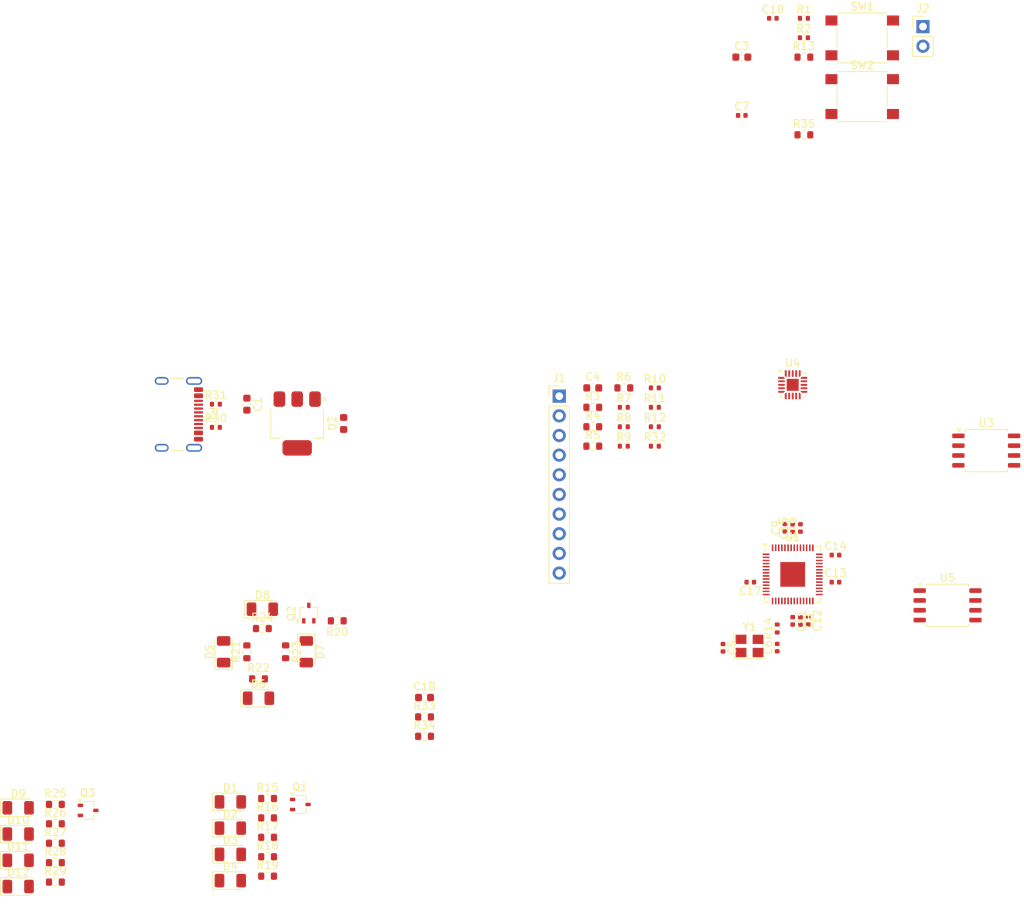
<source format=kicad_pcb>
(kicad_pcb (version 20240108) (generator "pcbnew") (generator_version "8.0")
  (layers (0 "F.Cu" signal) (31 "B.Cu" signal) (34 "B.Paste" user) (35 "F.Paste" user) (36 "B.SilkS" user "B.Silkscreen") (37 "F.SilkS" user "F.Silkscreen") (38 "B.Mask" user) (39 "F.Mask" user) (44 "Edge.Cuts" user))
  (net 0 "")
  (net 1 "GND")
  (net 2 "VBUS")
  (net 3 "+3V3")
  (net 4 "/XIN")
  (net 5 "Net-(C6-Pad2)")
  (net 6 "+1V1")
  (net 7 "Net-(D1-A)")
  (net 8 "Net-(D1-K)")
  (net 9 "Net-(D2-A)")
  (net 10 "Net-(D3-A)")
  (net 11 "Net-(D4-A)")
  (net 12 "Net-(D5-K)")
  (net 13 "Net-(D5-A)")
  (net 14 "Net-(D6-A)")
  (net 15 "Net-(D7-A)")
  (net 16 "Net-(D8-A)")
  (net 17 "Net-(D10-K)")
  (net 18 "Net-(D9-A)")
  (net 19 "Net-(D10-A)")
  (net 20 "Net-(D11-A)")
  (net 21 "Net-(D12-A)")
  (net 22 "/Cap Sense/KEY5")
  (net 23 "/Cap Sense/KEY1")
  (net 24 "/Cap Sense/KEY4")
  (net 25 "/Cap Sense/GUARD")
  (net 26 "/Cap Sense/KEY3")
  (net 27 "/Cap Sense/KEY2")
  (net 28 "/Cap Sense/KEY6")
  (net 29 "/SWCLK")
  (net 30 "/SWDIO")
  (net 31 "/USB_D+")
  (net 32 "Net-(P1-VCONN)")
  (net 33 "/USB_D-")
  (net 34 "Net-(P1-CC)")
  (net 35 "Net-(Q1-B)")
  (net 36 "Net-(Q2-B)")
  (net 37 "Net-(Q3-B)")
  (net 38 "Net-(U1-USB_DP)")
  (net 39 "Net-(U1-USB_DM)")
  (net 40 "/CAP_CHG")
  (net 41 "/CAP_RES")
  (net 42 "/SCL")
  (net 43 "/SDA")
  (net 44 "Net-(U4-KEY1)")
  (net 45 "Net-(U4-KEY2)")
  (net 46 "Net-(U4-KEY3)")
  (net 47 "Net-(U4-KEY4)")
  (net 48 "Net-(U4-OUT1{slash}KEY5)")
  (net 49 "Net-(U4-OUT2{slash}KEY6)")
  (net 50 "/QSPI_SS")
  (net 51 "Net-(R13-Pad2)")
  (net 52 "/XOUT")
  (net 53 "/B1_LIGHT")
  (net 54 "/B2_LIGHT")
  (net 55 "/B3_LIGHT")
  (net 56 "Net-(U4-KEY0)")
  (net 57 "Net-(U5-IO3)")
  (net 58 "Net-(U5-IO2)")
  (net 59 "Net-(R35-Pad2)")
  (net 62 "/SPI_TX")
  (net 67 "/QSPI_SCLK")
  (net 68 "/QSPI_SD0")
  (net 73 "/QSPI_SD1")
  (net 75 "/QSPI_SD2")
  (net 79 "/SPI_CS")
  (net 83 "/QSPI_SD3")
  (net 84 "/SPI_RX")
  (net 86 "/SPI_SCK")
  (footprint "Resistor_SMD:R_0603_1608Metric" (layer "F.Cu") (at 204.445 25.655)
    (property "Reference" "R13" (at 0 -1.43 0) (layer "F.SilkS"))
    (property "Value" "1k")
    (pad "1" smd roundrect (at -0.825 0) (size 0.8 0.95) (layers "F.Cu" "F.Paste" "F.Mask") (net 50 "/QSPI_SS"))
    (pad "2" smd roundrect (at 0.825 0) (size 0.8 0.95) (layers "F.Cu" "F.Paste" "F.Mask") (net 51 "Net-(R13-Pad2)"))
  )
  (footprint "Resistor_SMD:R_0603_1608Metric" (layer "F.Cu") (at 134.5 99.5)
    (property "Reference" "R24" (at 0 -1.43 0) (layer "F.SilkS"))
    (property "Value" "1k")
    (pad "1" smd roundrect (at -0.825 0) (size 0.8 0.95) (layers "F.Cu" "F.Paste" "F.Mask") (net 3 "+3V3"))
    (pad "2" smd roundrect (at 0.825 0) (size 0.8 0.95) (layers "F.Cu" "F.Paste" "F.Mask") (net 16 "Net-(D8-A)"))
  )
  (footprint "LED_SMD:LED_1206_3216Metric" (layer "F.Cu") (at 130.365 132.07)
    (property "Reference" "D4" (at 0 -1.82 0) (layer "F.SilkS"))
    (property "Value" "LED")
    (pad "1" smd roundrect (at -1.4 0) (size 1.25 1.75) (layers "F.Cu" "F.Paste" "F.Mask") (roundrect_rratio 0.2) (net 8 "Net-(D1-K)"))
    (pad "2" smd roundrect (at 1.4 0) (size 1.25 1.75) (layers "F.Cu" "F.Paste" "F.Mask") (roundrect_rratio 0.2) (net 11 "Net-(D4-A)"))
  )
  (footprint "Resistor_SMD:R_0603_1608Metric" (layer "F.Cu") (at 107.77 132.265)
    (property "Reference" "R29" (at 0 -1.43 0) (layer "F.SilkS"))
    (property "Value" "1k")
    (pad "1" smd roundrect (at -0.825 0) (size 0.8 0.95) (layers "F.Cu" "F.Paste" "F.Mask") (net 3 "+3V3"))
    (pad "2" smd roundrect (at 0.825 0) (size 0.8 0.95) (layers "F.Cu" "F.Paste" "F.Mask") (net 21 "Net-(D12-A)"))
  )
  (footprint "Connector_PinHeader_2.54mm:PinHeader_1x02_P2.54mm_Vertical" (layer "F.Cu") (at 219.825 21.705)
    (property "Reference" "J2" (at 0 -2.33 0) (layer "F.SilkS"))
    (property "Value" "Conn_01x02_Pin")
    (pad "1" thru_hole rect (at 0 0) (size 1.7 1.7) (drill 1) (layers "*.Cu" "*.Mask") (net 29 "/SWCLK"))
    (pad "2" thru_hole oval (at 0 2.54) (size 1.7 1.7) (drill 1) (layers "*.Cu" "*.Mask") (net 30 "/SWDIO"))
  )
  (footprint "Resistor_SMD:R_0402_1005Metric" (layer "F.Cu") (at 185.195 68.4)
    (property "Reference" "R10" (at 0 -1.17 0) (layer "F.SilkS"))
    (property "Value" "10k")
    (pad "1" smd roundrect (at -0.51 0) (size 0.54 0.64) (layers "F.Cu" "F.Paste" "F.Mask") (net 47 "Net-(U4-KEY4)"))
    (pad "2" smd roundrect (at 0.51 0) (size 0.54 0.64) (layers "F.Cu" "F.Paste" "F.Mask") (net 24 "/Cap Sense/KEY4"))
  )
  (footprint "Package_TO_SOT_SMD:SOT-323_SC-70" (layer "F.Cu") (at 139.405 122.235)
    (property "Reference" "Q1" (at -0.05 -2.25 0) (layer "F.SilkS"))
    (property "Value" "NPN")
    (pad "1" smd roundrect (at -1 -0.65 270) (size 0.45 0.7) (layers "F.Cu" "F.Paste" "F.Mask") (net 8 "Net-(D1-K)"))
    (pad "2" smd roundrect (at -1 0.65 270) (size 0.45 0.7) (layers "F.Cu" "F.Paste" "F.Mask") (net 35 "Net-(Q1-B)"))
    (pad "3" smd roundrect (at 1 0 270) (size 0.45 0.7) (layers "F.Cu" "F.Paste" "F.Mask") (net 1 "GND"))
  )
  (footprint "Resistor_SMD:R_0603_1608Metric" (layer "F.Cu") (at 135.175 131.5)
    (property "Reference" "R19" (at 0 -1.43 0) (layer "F.SilkS"))
    (property "Value" "1k")
    (pad "1" smd roundrect (at -0.825 0) (size 0.8 0.95) (layers "F.Cu" "F.Paste" "F.Mask") (net 3 "+3V3"))
    (pad "2" smd roundrect (at 0.825 0) (size 0.8 0.95) (layers "F.Cu" "F.Paste" "F.Mask") (net 11 "Net-(D4-A)"))
  )
  (footprint "Resistor_SMD:R_0402_1005Metric" (layer "F.Cu") (at 185.195 75.93)
    (property "Reference" "R32" (at 0 -1.17 0) (layer "F.SilkS"))
    (property "Value" "10k")
    (pad "1" smd roundrect (at -0.51 0) (size 0.54 0.64) (layers "F.Cu" "F.Paste" "F.Mask") (net 56 "Net-(U4-KEY0)"))
    (pad "2" smd roundrect (at 0.51 0) (size 0.54 0.64) (layers "F.Cu" "F.Paste" "F.Mask") (net 25 "/Cap Sense/GUARD"))
  )
  (footprint "Button_Switch_SMD:SW_Push_1P1T_NO_6x6mm_H9.5mm" (layer "F.Cu") (at 211.975 23.17)
    (property "Reference" "SW1" (at 0 -4.05 0) (layer "F.SilkS"))
    (property "Value" "SW_Push")
    (pad "1" smd rect (at -3.975 -2.25) (size 1.55 1.3) (layers "F.Cu" "F.Paste" "F.Mask") (net 51 "Net-(R13-Pad2)"))
    (pad "1" smd rect (at 3.975 -2.25) (size 1.55 1.3) (layers "F.Cu" "F.Paste" "F.Mask") (net 51 "Net-(R13-Pad2)"))
    (pad "2" smd rect (at -3.975 2.25) (size 1.55 1.3) (layers "F.Cu" "F.Paste" "F.Mask") (net 1 "GND"))
    (pad "2" smd rect (at 3.975 2.25) (size 1.55 1.3) (layers "F.Cu" "F.Paste" "F.Mask") (net 1 "GND"))
  )
  (footprint "Connector_PinHeader_2.54mm:PinHeader_1x10_P2.54mm_Vertical" (layer "F.Cu") (at 172.845 69.47)
    (property "Reference" "J1" (at 0 -2.33 0) (layer "F.SilkS"))
    (property "Value" "Conn_01x10_Pin")
    (pad "1" thru_hole rect (at 0 0) (size 1.7 1.7) (drill 1) (layers "*.Cu" "*.Mask") (net 3 "+3V3"))
    (pad "2" thru_hole oval (at 0 2.54) (size 1.7 1.7) (drill 1) (layers "*.Cu" "*.Mask") (net 1 "GND"))
    (pad "3" thru_hole oval (at 0 5.08) (size 1.7 1.7) (drill 1) (layers "*.Cu" "*.Mask") (net 25 "/Cap Sense/GUARD"))
    (pad "4" thru_hole oval (at 0 7.62) (size 1.7 1.7) (drill 1) (layers "*.Cu" "*.Mask") (net 23 "/Cap Sense/KEY1"))
    (pad "5" thru_hole oval (at 0 10.16) (size 1.7 1.7) (drill 1) (layers "*.Cu" "*.Mask") (net 27 "/Cap Sense/KEY2"))
    (pad "6" thru_hole oval (at 0 12.7) (size 1.7 1.7) (drill 1) (layers "*.Cu" "*.Mask") (net 26 "/Cap Sense/KEY3"))
    (pad "7" thru_hole oval (at 0 15.24) (size 1.7 1.7) (drill 1) (layers "*.Cu" "*.Mask") (net 24 "/Cap Sense/KEY4"))
    (pad "8" thru_hole oval (at 0 17.78) (size 1.7 1.7) (drill 1) (layers "*.Cu" "*.Mask") (net 22 "/Cap Sense/KEY5"))
    (pad "9" thru_hole oval (at 0 20.32) (size 1.7 1.7) (drill 1) (layers "*.Cu" "*.Mask") (net 28 "/Cap Sense/KEY6"))
    (pad "10" thru_hole oval (at 0 22.86) (size 1.7 1.7) (drill 1) (layers "*.Cu" "*.Mask") (net 1 "GND"))
  )
  (footprint "Resistor_SMD:R_0603_1608Metric" (layer "F.Cu") (at 107.77 127.245)
    (property "Reference" "R27" (at 0 -1.43 0) (layer "F.SilkS"))
    (property "Value" "1k")
    (pad "1" smd roundrect (at -0.825 0) (size 0.8 0.95) (layers "F.Cu" "F.Paste" "F.Mask") (net 3 "+3V3"))
    (pad "2" smd roundrect (at 0.825 0) (size 0.8 0.95) (layers "F.Cu" "F.Paste" "F.Mask") (net 19 "Net-(D10-A)"))
  )
  (footprint "Resistor_SMD:R_0402_1005Metric" (layer "F.Cu") (at 201 99.49 90)
    (property "Reference" "R14" (at 0 -1.17 90) (layer "F.SilkS"))
    (property "Value" "1k")
    (pad "1" smd roundrect (at -0.51 0 90) (size 0.54 0.64) (layers "F.Cu" "F.Paste" "F.Mask") (net 5 "Net-(C6-Pad2)"))
    (pad "2" smd roundrect (at 0.51 0 90) (size 0.54 0.64) (layers "F.Cu" "F.Paste" "F.Mask") (net 52 "/XOUT"))
  )
  (footprint "LED_SMD:LED_1206_3216Metric" (layer "F.Cu") (at 129.5 102.5 90)
    (property "Reference" "D5" (at 0 -1.82 90) (layer "F.SilkS"))
    (property "Value" "LED")
    (pad "1" smd roundrect (at -1.4 0 90) (size 1.25 1.75) (layers "F.Cu" "F.Paste" "F.Mask") (roundrect_rratio 0.2) (net 12 "Net-(D5-K)"))
    (pad "2" smd roundrect (at 1.4 0 90) (size 1.25 1.75) (layers "F.Cu" "F.Paste" "F.Mask") (roundrect_rratio 0.2) (net 13 "Net-(D5-A)"))
  )
  (footprint "Capacitor_SMD:C_0402_1005Metric" (layer "F.Cu") (at 203 98.5 -90)
    (property "Reference" "C11" (at 0 -1.16 90) (layer "F.SilkS"))
    (property "Value" "0.1u")
    (pad "1" smd roundrect (at -0.48 0 270) (size 0.56 0.62) (layers "F.Cu" "F.Paste" "F.Mask") (net 3 "+3V3"))
    (pad "2" smd roundrect (at 0.48 0 270) (size 0.56 0.62) (layers "F.Cu" "F.Paste" "F.Mask") (net 1 "GND"))
  )
  (footprint "Package_TO_SOT_SMD:SOT-323_SC-70" (layer "F.Cu") (at 112 123)
    (property "Reference" "Q3" (at -0.05 -2.25 0) (layer "F.SilkS"))
    (property "Value" "NPN")
    (pad "1" smd roundrect (at -1 -0.65 270) (size 0.45 0.7) (layers "F.Cu" "F.Paste" "F.Mask") (net 17 "Net-(D10-K)"))
    (pad "2" smd roundrect (at -1 0.65 270) (size 0.45 0.7) (layers "F.Cu" "F.Paste" "F.Mask") (net 37 "Net-(Q3-B)"))
    (pad "3" smd roundrect (at 1 0 270) (size 0.45 0.7) (layers "F.Cu" "F.Paste" "F.Mask") (net 1 "GND"))
  )
  (footprint "Resistor_SMD:R_0603_1608Metric" (layer "F.Cu") (at 107.77 124.735)
    (property "Reference" "R26" (at 0 -1.43 0) (layer "F.SilkS"))
    (property "Value" "1k")
    (pad "1" smd roundrect (at -0.825 0) (size 0.8 0.95) (layers "F.Cu" "F.Paste" "F.Mask") (net 3 "+3V3"))
    (pad "2" smd roundrect (at 0.825 0) (size 0.8 0.95) (layers "F.Cu" "F.Paste" "F.Mask") (net 18 "Net-(D9-A)"))
  )
  (footprint "Capacitor_SMD:C_0402_1005Metric" (layer "F.Cu") (at 197.52 93.5 180)
    (property "Reference" "C17" (at 0 -1.16 360) (layer "F.SilkS"))
    (property "Value" "0.1u")
    (pad "1" smd roundrect (at -0.48 0 180) (size 0.56 0.62) (layers "F.Cu" "F.Paste" "F.Mask") (net 3 "+3V3"))
    (pad "2" smd roundrect (at 0.48 0 180) (size 0.56 0.62) (layers "F.Cu" "F.Paste" "F.Mask") (net 1 "GND"))
  )
  (footprint "Crystal:Crystal_SMD_3225-4Pin_3.2x2.5mm" (layer "F.Cu") (at 197.425 101.745)
    (property "Reference" "Y1" (at 0 -2.45 0) (layer "F.SilkS"))
    (property "Value" "Crystal_GND24")
    (pad "1" smd rect (at -1.1 0.85) (size 1.4 1.2) (layers "F.Cu" "F.Paste" "F.Mask") (net 4 "/XIN"))
    (pad "2" smd rect (at 1.1 0.85) (size 1.4 1.2) (layers "F.Cu" "F.Paste" "F.Mask") (net 1 "GND"))
    (pad "3" smd rect (at 1.1 -0.85) (size 1.4 1.2) (layers "F.Cu" "F.Paste" "F.Mask") (net 5 "Net-(C6-Pad2)"))
    (pad "4" smd rect (at -1.1 -0.85) (size 1.4 1.2) (layers "F.Cu" "F.Paste" "F.Mask") (net 1 "GND"))
  )
  (footprint "Resistor_SMD:R_0603_1608Metric" (layer "F.Cu") (at 107.77 122.225)
    (property "Reference" "R25" (at 0 -1.43 0) (layer "F.SilkS"))
    (property "Value" "1k")
    (pad "1" smd roundrect (at -0.825 0) (size 0.8 0.95) (layers "F.Cu" "F.Paste" "F.Mask") (net 55 "/B3_LIGHT"))
    (pad "2" smd roundrect (at 0.825 0) (size 0.8 0.95) (layers "F.Cu" "F.Paste" "F.Mask") (net 37 "Net-(Q3-B)"))
  )
  (footprint "Resistor_SMD:R_0603_1608Metric" (layer "F.Cu") (at 135.175 123.97)
    (property "Reference" "R16" (at 0 -1.43 0) (layer "F.SilkS"))
    (property "Value" "1k")
    (pad "1" smd roundrect (at -0.825 0) (size 0.8 0.95) (layers "F.Cu" "F.Paste" "F.Mask") (net 3 "+3V3"))
    (pad "2" smd roundrect (at 0.825 0) (size 0.8 0.95) (layers "F.Cu" "F.Paste" "F.Mask") (net 7 "Net-(D1-A)"))
  )
  (footprint "LED_SMD:LED_1206_3216Metric" (layer "F.Cu") (at 130.365 125.29)
    (property "Reference" "D2" (at 0 -1.82 0) (layer "F.SilkS"))
    (property "Value" "LED")
    (pad "1" smd roundrect (at -1.4 0) (size 1.25 1.75) (layers "F.Cu" "F.Paste" "F.Mask") (roundrect_rratio 0.2) (net 8 "Net-(D1-K)"))
    (pad "2" smd roundrect (at 1.4 0) (size 1.25 1.75) (layers "F.Cu" "F.Paste" "F.Mask") (roundrect_rratio 0.2) (net 9 "Net-(D2-A)"))
  )
  (footprint "Capacitor_SMD:C_0603_1608Metric" (layer "F.Cu") (at 177.175 68.4)
    (property "Reference" "C4" (at 0 -1.43 0) (layer "F.SilkS"))
    (property "Value" "0.1u")
    (pad "1" smd roundrect (at -0.775 0) (size 0.9 0.95) (layers "F.Cu" "F.Paste" "F.Mask") (net 3 "+3V3"))
    (pad "2" smd roundrect (at 0.775 0) (size 0.9 0.95) (layers "F.Cu" "F.Paste" "F.Mask") (net 1 "GND"))
  )
  (footprint "LED_SMD:LED_1206_3216Metric" (layer "F.Cu") (at 130.365 121.9)
    (property "Reference" "D1" (at 0 -1.82 0) (layer "F.SilkS"))
    (property "Value" "LED")
    (pad "1" smd roundrect (at -1.4 0) (size 1.25 1.75) (layers "F.Cu" "F.Paste" "F.Mask") (roundrect_rratio 0.2) (net 8 "Net-(D1-K)"))
    (pad "2" smd roundrect (at 1.4 0) (size 1.25 1.75) (layers "F.Cu" "F.Paste" "F.Mask") (roundrect_rratio 0.2) (net 7 "Net-(D1-A)"))
  )
  (footprint "Package_TO_SOT_SMD:SOT-323_SC-70" (layer "F.Cu") (at 140.5 97.5 90)
    (property "Reference" "Q2" (at -0.05 -2.25 90) (layer "F.SilkS"))
    (property "Value" "NPN")
    (pad "1" smd roundrect (at -1 -0.65) (size 0.45 0.7) (layers "F.Cu" "F.Paste" "F.Mask") (net 12 "Net-(D5-K)"))
    (pad "2" smd roundrect (at -1 0.65) (size 0.45 0.7) (layers "F.Cu" "F.Paste" "F.Mask") (net 36 "Net-(Q2-B)"))
    (pad "3" smd roundrect (at 1 0) (size 0.45 0.7) (layers "F.Cu" "F.Paste" "F.Mask") (net 1 "GND"))
  )
  (footprint "Resistor_SMD:R_0402_1005Metric" (layer "F.Cu") (at 204.445 20.635)
    (property "Reference" "R1" (at 0 -1.17 0) (layer "F.SilkS"))
    (property "Value" "27.4R")
    (pad "1" smd roundrect (at -0.51 0) (size 0.54 0.64) (layers "F.Cu" "F.Paste" "F.Mask") (net 31 "/USB_D+"))
    (pad "2" smd roundrect (at 0.51 0) (size 0.54 0.64) (layers "F.Cu" "F.Paste" "F.Mask") (net 38 "Net-(U1-USB_DP)"))
  )
  (footprint "Capacitor_SMD:C_0402_1005Metric" (layer "F.Cu") (at 203 86.52 90)
    (property "Reference" "C15" (at 0 -1.16 90) (layer "F.SilkS"))
    (property "Value" "0.1u")
    (pad "1" smd roundrect (at -0.48 0 90) (size 0.56 0.62) (layers "F.Cu" "F.Paste" "F.Mask") (net 3 "+3V3"))
    (pad "2" smd roundrect (at 0.48 0 90) (size 0.56 0.62) (layers "F.Cu" "F.Paste" "F.Mask") (net 1 "GND"))
  )
  (footprint "Resistor_SMD:R_0402_1005Metric" (layer "F.Cu") (at 185.195 73.42)
    (property "Reference" "R12" (at 0 -1.17 0) (layer "F.SilkS"))
    (property "Value" "10k")
    (pad "1" smd roundrect (at -0.51 0) (size 0.54 0.64) (layers "F.Cu" "F.Paste" "F.Mask") (net 49 "Net-(U4-OUT2{slash}KEY6)"))
    (pad "2" smd roundrect (at 0.51 0) (size 0.54 0.64) (layers "F.Cu" "F.Paste" "F.Mask") (net 28 "/Cap Sense/KEY6"))
  )
  (footprint "Resistor_SMD:R_0402_1005Metric" (layer "F.Cu") (at 181.185 75.93)
    (property "Reference" "R9" (at 0 -1.17 0) (layer "F.SilkS"))
    (property "Value" "10k")
    (pad "1" smd roundrect (at -0.51 0) (size 0.54 0.64) (layers "F.Cu" "F.Paste" "F.Mask") (net 46 "Net-(U4-KEY3)"))
    (pad "2" smd roundrect (at 0.51 0) (size 0.54 0.64) (layers "F.Cu" "F.Paste" "F.Mask") (net 26 "/Cap Sense/KEY3"))
  )
  (footprint "LED_SMD:LED_1206_3216Metric" (layer "F.Cu") (at 134.5 97)
    (property "Reference" "D8" (at 0 -1.82 0) (layer "F.SilkS"))
    (property "Value" "LED")
    (pad "1" smd roundrect (at -1.4 0) (size 1.25 1.75) (layers "F.Cu" "F.Paste" "F.Mask") (roundrect_rratio 0.2) (net 12 "Net-(D5-K)"))
    (pad "2" smd roundrect (at 1.4 0) (size 1.25 1.75) (layers "F.Cu" "F.Paste" "F.Mask") (roundrect_rratio 0.2) (net 16 "Net-(D8-A)"))
  )
  (footprint "Resistor_SMD:R_0603_1608Metric" (layer "F.Cu") (at 135.175 121.46)
    (property "Reference" "R15" (at 0 -1.43 0) (layer "F.SilkS"))
    (property "Value" "1k")
    (pad "1" smd roundrect (at -0.825 0) (size 0.8 0.95) (layers "F.Cu" "F.Paste" "F.Mask") (net 53 "/B1_LIGHT"))
    (pad "2" smd roundrect (at 0.825 0) (size 0.8 0.95) (layers "F.Cu" "F.Paste" "F.Mask") (net 35 "Net-(Q1-B)"))
  )
  (footprint "Capacitor_SMD:C_0402_1005Metric" (layer "F.Cu") (at 208.52 90)
    (property "Reference" "C14" (at 0 -1.16 360) (layer "F.SilkS"))
    (property "Value" "0.1u")
    (pad "1" smd roundrect (at -0.48 0) (size 0.56 0.62) (layers "F.Cu" "F.Paste" "F.Mask") (net 3 "+3V3"))
    (pad "2" smd roundrect (at 0.48 0) (size 0.56 0.62) (layers "F.Cu" "F.Paste" "F.Mask") (net 1 "GND"))
  )
  (footprint "Resistor_SMD:R_0603_1608Metric" (layer "F.Cu") (at 144.175 98.5 180)
    (property "Reference" "R20" (at 0 -1.43 360) (layer "F.SilkS"))
    (property "Value" "1k")
    (pad "1" smd roundrect (at -0.825 0 180) (size 0.8 0.95) (layers "F.Cu" "F.Paste" "F.Mask") (net 54 "/B2_LIGHT"))
    (pad "2" smd roundrect (at 0.825 0 180) (size 0.8 0.95) (layers "F.Cu" "F.Paste" "F.Mask") (net 36 "Net-(Q2-B)"))
  )
  (footprint "Resistor_SMD:R_0402_1005Metric" (layer "F.Cu") (at 181.185 70.91)
    (property "Reference" "R7" (at 0 -1.17 0) (layer "F.SilkS"))
    (property "Value" "10k")
    (pad "1" smd roundrect (at -0.51 0) (size 0.54 0.64) (layers "F.Cu" "F.Paste" "F.Mask") (net 44 "Net-(U4-KEY1)"))
    (pad "2" smd roundrect (at 0.51 0) (size 0.54 0.64) (layers "F.Cu" "F.Paste" "F.Mask") (net 23 "/Cap Sense/KEY1"))
  )
  (footprint "Resistor_SMD:R_0603_1608Metric" (layer "F.Cu") (at 181.185 68.4)
    (property "Reference" "R6" (at 0 -1.43 0) (layer "F.SilkS"))
    (property "Value" "4.7k")
    (pad "1" smd roundrect (at -0.825 0) (size 0.8 0.95) (layers "F.Cu" "F.Paste" "F.Mask") (net 3 "+3V3"))
    (pad "2" smd roundrect (at 0.825 0) (size 0.8 0.95) (layers "F.Cu" "F.Paste" "F.Mask") (net 43 "/SDA"))
  )
  (footprint "Resistor_SMD:R_0603_1608Metric" (layer "F.Cu") (at 155.445 113.43)
    (property "Reference" "R34" (at 0 -1.43 0) (layer "F.SilkS"))
    (property "Value" "10k")
    (pad "1" smd roundrect (at -0.825 0) (size 0.8 0.95) (layers "F.Cu" "F.Paste" "F.Mask") (net 3 "+3V3"))
    (pad "2" smd roundrect (at 0.825 0) (size 0.8 0.95) (layers "F.Cu" "F.Paste" "F.Mask") (net 58 "Net-(U5-IO2)"))
  )
  (footprint "Capacitor_SMD:C_0402_1005Metric" (layer "F.Cu") (at 208.52 93.5)
    (property "Reference" "C13" (at 0 -1.16 360) (layer "F.SilkS"))
    (property "Value" "0.1u")
    (pad "1" smd roundrect (at -0.48 0) (size 0.56 0.62) (layers "F.Cu" "F.Paste" "F.Mask") (net 3 "+3V3"))
    (pad "2" smd roundrect (at 0.48 0) (size 0.56 0.62) (layers "F.Cu" "F.Paste" "F.Mask") (net 1 "GND"))
  )
  (footprint "Button_Switch_SMD:SW_Push_1P1T_NO_6x6mm_H9.5mm" (layer "F.Cu") (at 211.975 30.75)
    (property "Reference" "SW2" (at 0 -4.05 0) (layer "F.SilkS"))
    (property "Value" "SW_Push")
    (pad "1" smd rect (at -3.975 -2.25) (size 1.55 1.3) (layers "F.Cu" "F.Paste" "F.Mask") (net 59 "Net-(R35-Pad2)"))
    (pad "1" smd rect (at 3.975 -2.25) (size 1.55 1.3) (layers "F.Cu" "F.Paste" "F.Mask") (net 59 "Net-(R35-Pad2)"))
    (pad "2" smd rect (at -3.975 2.25) (size 1.55 1.3) (layers "F.Cu" "F.Paste" "F.Mask") (net 1 "GND"))
    (pad "2" smd rect (at 3.975 2.25) (size 1.55 1.3) (layers "F.Cu" "F.Paste" "F.Mask") (net 1 "GND"))
  )
  (footprint "Package_SO:SOIC-8_5.23x5.23mm_P1.27mm" (layer "F.Cu") (at 228 76.5)
    (property "Reference" "U3" (at 0 -3.56 360) (layer "F.SilkS"))
    (property "Value" "W25Q128JVS")
    (pad "1" smd roundrect (at -3.6 -1.905) (size 1.6 0.6) (layers "F.Cu" "F.Paste" "F.Mask") (net 50 "/QSPI_SS"))
    (pad "2" smd roundrect (at -3.6 -0.635) (size 1.6 0.6) (layers "F.Cu" "F.Paste" "F.Mask") (net 73 "/QSPI_SD1"))
    (pad "3" smd roundrect (at -3.6 0.635) (size 1.6 0.6) (layers "F.Cu" "F.Paste" "F.Mask") (net 75 "/QSPI_SD2"))
    (pad "4" smd roundrect (at -3.6 1.905) (size 1.6 0.6) (layers "F.Cu" "F.Paste" "F.Mask") (net 1 "GND"))
    (pad "5" smd roundrect (at 3.6 1.905) (size 1.6 0.6) (layers "F.Cu" "F.Paste" "F.Mask") (net 68 "/QSPI_SD0"))
    (pad "6" smd roundrect (at 3.6 0.635) (size 1.6 0.6) (layers "F.Cu" "F.Paste" "F.Mask") (net 67 "/QSPI_SCLK"))
    (pad "7" smd roundrect (at 3.6 -0.635) (size 1.6 0.6) (layers "F.Cu" "F.Paste" "F.Mask") (net 83 "/QSPI_SD3"))
    (pad "8" smd roundrect (at 3.6 -1.905) (size 1.6 0.6) (layers "F.Cu" "F.Paste" "F.Mask") (net 3 "+3V3"))
  )
  (footprint "Capacitor_SMD:C_0402_1005Metric" (layer "F.Cu") (at 204 98.52 -90)
    (property "Reference" "C8" (at 0 -1.16 90) (layer "F.SilkS"))
    (property "Value" "0.1u")
    (pad "1" smd roundrect (at -0.48 0 270) (size 0.56 0.62) (layers "F.Cu" "F.Paste" "F.Mask") (net 6 "+1V1"))
    (pad "2" smd roundrect (at 0.48 0 270) (size 0.56 0.62) (layers "F.Cu" "F.Paste" "F.Mask") (net 1 "GND"))
  )
  (footprint "Package_SO:SOIC-8_5.23x5.23mm_P1.27mm" (layer "F.Cu") (at 223 96.5)
    (property "Reference" "U5" (at 0 -3.56 360) (layer "F.SilkS"))
    (property "Value" "W25Q32JVSS")
    (pad "1" smd roundrect (at -3.6 -1.905) (size 1.6 0.6) (layers "F.Cu" "F.Paste" "F.Mask") (net 79 "/SPI_CS"))
    (pad "2" smd roundrect (at -3.6 -0.635) (size 1.6 0.6) (layers "F.Cu" "F.Paste" "F.Mask") (net 84 "/SPI_RX"))
    (pad "3" smd roundrect (at -3.6 0.635) (size 1.6 0.6) (layers "F.Cu" "F.Paste" "F.Mask") (net 58 "Net-(U5-IO2)"))
    (pad "4" smd roundrect (at -3.6 1.905) (size 1.6 0.6) (layers "F.Cu" "F.Paste" "F.Mask") (net 1 "GND"))
    (pad "5" smd roundrect (at 3.6 1.905) (size 1.6 0.6) (layers "F.Cu" "F.Paste" "F.Mask") (net 62 "/SPI_TX"))
    (pad "6" smd roundrect (at 3.6 0.635) (size 1.6 0.6) (layers "F.Cu" "F.Paste" "F.Mask") (net 86 "/SPI_SCK"))
    (pad "7" smd roundrect (at 3.6 -0.635) (size 1.6 0.6) (layers "F.Cu" "F.Paste" "F.Mask") (net 57 "Net-(U5-IO3)"))
    (pad "8" smd roundrect (at 3.6 -1.905) (size 1.6 0.6) (layers "F.Cu" "F.Paste" "F.Mask") (net 3 "+3V3"))
  )
  (footprint "LED_SMD:LED_1206_3216Metric" (layer "F.Cu") (at 102.96 132.835)
    (property "Reference" "D12" (at 0 -1.82 0) (layer "F.SilkS"))
    (property "Value" "LED")
    (pad "1" smd roundrect (at -1.4 0) (size 1.25 1.75) (layers "F.Cu" "F.Paste" "F.Mask") (roundrect_rratio 0.2) (net 17 "Net-(D10-K)"))
    (pad "2" smd roundrect (at 1.4 0) (size 1.25 1.75) (layers "F.Cu" "F.Paste" "F.Mask") (roundrect_rratio 0.2) (net 21 "Net-(D12-A)"))
  )
  (footprint "Resistor_SMD:R_0603_1608Metric" (layer "F.Cu") (at 177.175 75.93)
    (property "Reference" "R5" (at 0 -1.43 0) (layer "F.SilkS"))
    (property "Value" "4.7k")
    (pad "1" smd roundrect (at -0.825 0) (size 0.8 0.95) (layers "F.Cu" "F.Paste" "F.Mask") (net 3 "+3V3"))
    (pad "2" smd roundrect (at 0.825 0) (size 0.8 0.95) (layers "F.Cu" "F.Paste" "F.Mask") (net 42 "/SCL"))
  )
  (footprint "Capacitor_SMD:C_0603_1608Metric" (layer "F.Cu") (at 196.425 25.655)
    (property "Reference" "C3" (at 0 -1.43 0) (layer "F.SilkS"))
    (property "Value" "0.1u")
    (pad "1" smd roundrect (at -0.775 0) (size 0.9 0.95) (layers "F.Cu" "F.Paste" "F.Mask") (net 3 "+3V3"))
    (pad "2" smd roundrect (at 0.775 0) (size 0.9 0.95) (layers "F.Cu" "F.Paste" "F.Mask") (net 1 "GND"))
  )
  (footprint "Connector_USB:USB_C_Receptacle_GCT_USB4105-xx-A_16P_TopMnt_Horizontal" (layer "F.Cu") (at 122.575 71.82 -90)
    (property "Reference" "P1" (at 0 -5.5 -90) (layer "F.SilkS"))
    (property "Value" "USB_C_Plug_USB2.0")
    (pad "" np_thru_hole circle (at -2.89 -2.605 270) (size 0.65 0.65) (drill 0.65) (layers "F&B.Cu" "*.Mask"))
    (pad "" np_thru_hole circle (at 2.89 -2.605 270) (size 0.65 0.65) (drill 0.65) (layers "F&B.Cu" "*.Mask"))
    (pad "A1" smd roundrect (at -3.2 -3.68 270) (size 0.6 1.15) (layers "F.Cu" "F.Paste" "F.Mask") (net 1 "GND"))
    (pad "A4" smd roundrect (at -2.4 -3.68 270) (size 0.6 1.15) (layers "F.Cu" "F.Paste" "F.Mask") (net 2 "VBUS"))
    (pad "A5" smd roundrect (at -1.25 -3.68 270) (size 0.3 1.15) (layers "F.Cu" "F.Paste" "F.Mask") (net 34 "Net-(P1-CC)"))
    (pad "A6" smd roundrect (at -0.25 -3.68 270) (size 0.3 1.15) (layers "F.Cu" "F.Paste" "F.Mask") (net 31 "/USB_D+"))
    (pad "A7" smd roundrect (at 0.25 -3.68 270) (size 0.3 1.15) (layers "F.Cu" "F.Paste" "F.Mask") (net 33 "/USB_D-"))
    (pad "A8" smd roundrect (at 1.25 -3.68 270) (size 0.3 1.15) (layers "F.Cu" "F.Paste" "F.Mask"))
    (pad "A9" smd roundrect (at 2.4 -3.68 270) (size 0.6 1.15) (layers "F.Cu" "F.Paste" "F.Mask") (net 2 "VBUS"))
    (pad "A12" smd roundrect (at 3.2 -3.68 270) (size 0.6 1.15) (layers "F.Cu" "F.Paste" "F.Mask") (net 1 "GND"))
    (pad "B1" smd roundrect (at 3.2 -3.68 270) (size 0.6 1.15) (layers "F.Cu" "F.Paste" "F.Mask") (net 1 "GND"))
    (pad "B4" smd roundrect (at 2.4 -3.68 270) (size 0.6 1.15) (layers "F.Cu" "F.Paste" "F.Mask") (net 2 "VBUS"))
    (pad "B5" smd roundrect (at 1.75 -3.68 270) (size 0.3 1.15) (layers "F.Cu" "F.Paste" "F.Mask") (net 32 "Net-(P1-VCONN)"))
    (pad "B6" smd roundrect (at 0.75 -3.68 270) (size 0.3 1.15) (layers "F.Cu" "F.Paste" "F.Mask"))
    (pad "B7" smd roundrect (at -0.75 -3.68 270) (size 0.3 1.15) (layers "F.Cu" "F.Paste" "F.Mask"))
    (pad "B8" smd roundrect (at -1.75 -3.68 270) (size 0.3 1.15) (layers "F.Cu" "F.Paste" "F.Mask"))
    (pad "B9" smd roundrect (at -2.4 -3.68 270) (size 0.6 1.15) (layers "F.Cu" "F.Paste" "F.Mask") (net 2 "VBUS"))
    (pad "B12" smd roundrect (at -3.2 -3.68 270) (size 0.6 1.15) (layers "F.Cu" "F.Paste" "F.Mask") (net 1 "GND"))
    (pad "S1" thru_hole oval (at -4.32 -3.105 270) (size 1 2.1) (drill oval 0.6 1.7) (layers "*.Cu" "*.Mask" "F.Paste") (net 1 "GND"))
    (pad "S1" thru_hole oval (at -4.32 1.075 270) (size 1 1.8) (drill oval 0.6 1.4) (layers "*.Cu" "*.Mask" "F.Paste") (net 1 "GND"))
    (pad "S1" thru_hole oval (at 4.32 -3.105 270) (size 1 2.1) (drill oval 0.6 1.7) (layers "*.Cu" "*.Mask" "F.Paste") (net 1 "GND"))
    (pad "S1" thru_hole oval (at 4.32 1.075 270) (size 1 1.8) (drill oval 0.6 1.4) (layers "*.Cu" "*.Mask" "F.Paste") (net 1 "GND"))
  )
  (footprint "Package_TO_SOT_SMD:SOT-223-3_TabPin2" (layer "F.Cu") (at 139 73 -90)
    (property "Reference" "U2" (at 0 -4.5 90) (layer "F.SilkS"))
    (property "Value" "NCP1117-3.3_SOT223")
    (pad "1" smd roundrect (at -3.15 -2.3 270) (size 2 1.5) (layers "F.Cu" "F.Paste" "F.Mask") (net 1 "GND"))
    (pad "2" smd roundrect (at -3.15 0 270) (size 2 1.5) (layers "F.Cu" "F.Paste" "F.Mask") (net 3 "+3V3"))
    (pad "2" smd roundrect (at 3.15 0 270) (size 2 3.8) (layers "F.Cu" "F.Paste" "F.Mask") (net 3 "+3V3"))
    (pad "3" smd roundrect (at -3.15 2.3 270) (size 2 1.5) (layers "F.Cu" "F.Paste" "F.Mask") (net 2 "VBUS"))
  )
  (footprint "LED_SMD:LED_1206_3216Metric" (layer "F.Cu") (at 102.96 126.055)
    (property "Reference" "D10" (at 0 -1.82 0) (layer "F.SilkS"))
    (property "Value" "LED")
    (pad "1" smd roundrect (at -1.4 0) (size 1.25 1.75) (layers "F.Cu" "F.Paste" "F.Mask") (roundrect_rratio 0.2) (net 17 "Net-(D10-K)"))
    (pad "2" smd roundrect (at 1.4 0) (size 1.25 1.75) (layers "F.Cu" "F.Paste" "F.Mask") (roundrect_rratio 0.2) (net 19 "Net-(D10-A)"))
  )
  (footprint "Capacitor_SMD:C_0603_1608Metric" (layer "F.Cu") (at 132.5 70.5 -90)
    (property "Reference" "C1" (at 0 -1.43 90) (layer "F.SilkS"))
    (property "Value" "10u")
    (pad "1" smd roundrect (at -0.775 0 270) (size 0.9 0.95) (layers "F.Cu" "F.Paste" "F.Mask") (net 2 "VBUS"))
    (pad "2" smd roundrect (at 0.775 0 270) (size 0.9 0.95) (layers "F.Cu" "F.Paste" "F.Mask") (net 1 "GND"))
  )
  (footprint "LED_SMD:LED_1206_3216Metric" (layer "F.Cu") (at 102.96 122.665)
    (property "Reference" "D9" (at 0 -1.82 0) (layer "F.SilkS"))
    (property "Value" "LED")
    (pad "1" smd roundrect (at -1.4 0) (size 1.25 1.75) (layers "F.Cu" "F.Paste" "F.Mask") (roundrect_rratio 0.2) (net 17 "Net-(D10-K)"))
    (pad "2" smd roundrect (at 1.4 0) (size 1.25 1.75) (layers "F.Cu" "F.Paste" "F.Mask") (roundrect_rratio 0.2) (net 18 "Net-(D9-A)"))
  )
  (footprint "Resistor_SMD:R_0603_1608Metric" (layer "F.Cu") (at 132.5 102.5 90)
    (property "Reference" "R21" (at 0 -1.43 90) (layer "F.SilkS"))
    (property "Value" "1k")
    (pad "1" smd roundrect (at -0.825 0 90) (size 0.8 0.95) (layers "F.Cu" "F.Paste" "F.Mask") (net 3 "+3V3"))
    (pad "2" smd roundrect (at 0.825 0 90) (size 0.8 0.95) (layers "F.Cu" "F.Paste" "F.Mask") (net 13 "Net-(D5-A)"))
  )
  (footprint "LED_SMD:LED_1206_3216Metric" (layer "F.Cu") (at 130.365 128.68)
    (property "Reference" "D3" (at 0 -1.82 0) (layer "F.SilkS"))
    (property "Value" "LED")
    (pad "1" smd roundrect (at -1.4 0) (size 1.25 1.75) (layers "F.Cu" "F.Paste" "F.Mask") (roundrect_rratio 0.2) (net 8 "Net-(D1-K)"))
    (pad "2" smd roundrect (at 1.4 0) (size 1.25 1.75) (layers "F.Cu" "F.Paste" "F.Mask") (roundrect_rratio 0.2) (net 10 "Net-(D3-A)"))
  )
  (footprint "Capacitor_SMD:C_0402_1005Metric" (layer "F.Cu") (at 204 86.5 90)
    (property "Reference" "C16" (at 0 -1.16 90) (layer "F.SilkS"))
    (property "Value" "0.1u")
    (pad "1" smd roundrect (at -0.48 0 90) (size 0.56 0.62) (layers "F.Cu" "F.Paste" "F.Mask") (net 3 "+3V3"))
    (pad "2" smd roundrect (at 0.48 0 90) (size 0.56 0.62) (layers "F.Cu" "F.Paste" "F.Mask") (net 1 "GND"))
  )
  (footprint "Resistor_SMD:R_0402_1005Metric" (layer "F.Cu") (at 204.445 23.145)
    (property "Reference" "R2" (at 0 -1.17 0) (layer "F.SilkS"))
    (property "Value" "27.4R")
    (pad "1" smd roundrect (at -0.51 0) (size 0.54 0.64) (layers "F.Cu" "F.Paste" "F.Mask") (net 33 "/USB_D-"))
    (pad "2" smd roundrect (at 0.51 0) (size 0.54 0.64) (layers "F.Cu" "F.Paste" "F.Mask") (net 39 "Net-(U1-USB_DM)"))
  )
  (footprint "Capacitor_SMD:C_0402_1005Metric" (layer "F.Cu") (at 200.435 20.635)
    (property "Reference" "C10" (at 0 -1.16 0) (layer "F.SilkS"))
    (property "Value" "1u")
    (pad "1" smd roundrect (at -0.48 0) (size 0.56 0.62) (layers "F.Cu" "F.Paste" "F.Mask") (net 3 "+3V3"))
    (pad "2" smd roundrect (at 0.48 0) (size 0.56 0.62) (layers "F.Cu" "F.Paste" "F.Mask") (net 1 "GND"))
  )
  (footprint "Resistor_SMD:R_0603_1608Metric" (layer "F.Cu") (at 177.175 70.91)
    (property "Reference" "R3" (at 0 -1.43 0) (layer "F.SilkS"))
    (property "Value" "10k")
    (pad "1" smd roundrect (at -0.825 0) (size 0.8 0.95) (layers "F.Cu" "F.Paste" "F.Mask") (net 3 "+3V3"))
    (pad "2" smd roundrect (at 0.825 0) (size 0.8 0.95) (layers "F.Cu" "F.Paste" "F.Mask") (net 40 "/CAP_CHG"))
  )
  (footprint "Resistor_SMD:R_0402_1005Metric" (layer "F.Cu") (at 181.185 73.42)
    (property "Reference" "R8" (at 0 -1.17 0) (layer "F.SilkS"))
    (property "Value" "10k")
    (pad "1" smd roundrect (at -0.51 0) (size 0.54 0.64) (layers "F.Cu" "F.Paste" "F.Mask") (net 45 "Net-(U4-KEY2)"))
    (pad "2" smd roundrect (at 0.51 0) (size 0.54 0.64) (layers "F.Cu" "F.Paste" "F.Mask") (net 27 "/Cap Sense/KEY2"))
  )
  (footprint "Capacitor_SMD:C_0603_1608Metric" (layer "F.Cu") (at 145 73 90)
    (property "Reference" "C2" (at 0 -1.43 90) (layer "F.SilkS"))
    (property "Value" "10u")
    (pad "1" smd roundrect (at -0.775 0 90) (size 0.9 0.95) (layers "F.Cu" "F.Paste" "F.Mask") (net 3 "+3V3"))
    (pad "2" smd roundrect (at 0.775 0 90) (size 0.9 0.95) (layers "F.Cu" "F.Paste" "F.Mask") (net 1 "GND"))
  )
  (footprint "Capacitor_SMD:C_0402_1005Metric" (layer "F.Cu") (at 205 98.48 -90)
    (property "Reference" "C12" (at 0 -1.16 90) (layer "F.SilkS"))
    (property "Value" "0.1u")
    (pad "1" smd roundrect (at -0.48 0 270) (size 0.56 0.62) (layers "F.Cu" "F.Paste" "F.Mask") (net 3 "+3V3"))
    (pad "2" smd roundrect (at 0.48 0 270) (size 0.56 0.62) (layers "F.Cu" "F.Paste" "F.Mask") (net 1 "GND"))
  )
  (footprint "LED_SMD:LED_1206_3216Metric" (layer "F.Cu") (at 140.175 102.5 -90)
    (property "Reference" "D7" (at 0 -1.82 90) (layer "F.SilkS"))
    (property "Value" "LED")
    (pad "1" smd roundrect (at -1.4 0 270) (size 1.25 1.75) (layers "F.Cu" "F.Paste" "F.Mask") (roundrect_rratio 0.2) (net 12 "Net-(D5-K)"))
    (pad "2" smd roundrect (at 1.4 0 270) (size 1.25 1.75) (layers "F.Cu" "F.Paste" "F.Mask") (roundrect_rratio 0.2) (net 15 "Net-(D7-A)"))
  )
  (footprint "Package_DFN_QFN:VQFN-20-1EP_3x3mm_P0.45mm_EP1.55x1.55mm" (layer "F.Cu") (at 203 68)
    (property "Reference" "U4" (at 0 -2.83 0) (layer "F.SilkS"))
    (property "Value" "AT42QT1070-M")
    (pad "1" smd custom (at -1.45 -0.9) (size 0.143934 0.143934) (layers "F.Cu" "F.Paste" "F.Mask") (net 47 "Net-(U4-KEY4)") (options (clearance outline) (anchor circle)) (primitives (gr_poly (pts (xy -0.375 -0.075) (xy 0.254289 -0.075) (xy 0.375 0.045711) (xy 0.375 0.075) (xy -0.375 0.075)) (width 0.1) (fill yes))))
    (pad "2" smd roundrect (at -1.45 -0.45) (size 0.85 0.25) (layers "F.Cu" "F.Paste" "F.Mask") (net 46 "Net-(U4-KEY3)"))
    (pad "3" smd roundrect (at -1.45 0) (size 0.85 0.25) (layers "F.Cu" "F.Paste" "F.Mask") (net 45 "Net-(U4-KEY2)"))
    (pad "4" smd roundrect (at -1.45 0.45) (size 0.85 0.25) (layers "F.Cu" "F.Paste" "F.Mask") (net 44 "Net-(U4-KEY1)"))
    (pad "5" smd custom (at -1.45 0.9) (size 0.143934 0.143934) (layers "F.Cu" "F.Paste" "F.Mask") (net 56 "Net-(U4-KEY0)") (options (clearance outline) (anchor circle)) (primitives (gr_poly (pts (xy -0.375 -0.075) (xy 0.375 -0.075) (xy 0.375 -0.045711) (xy 0.254289 0.075) (xy -0.375 0.075)) (width 0.1) (fill yes))))
    (pad "6" smd custom (at -0.9 1.45) (size 0.143934 0.143934) (layers "F.Cu" "F.Paste" "F.Mask") (options (clearance outline) (anchor circle)) (primitives (gr_poly (pts (xy -0.075 -0.254289) (xy 0.045711 -0.375) (xy 0.075 -0.375) (xy 0.075 0.375) (xy -0.075 0.375)) (width 0.1) (fill yes))))
    (pad "7" smd roundrect (at -0.45 1.45) (size 0.25 0.85) (layers "F.Cu" "F.Paste" "F.Mask"))
    (pad "8" smd roundrect (at 0 1.45) (size 0.25 0.85) (layers "F.Cu" "F.Paste" "F.Mask") (net 1 "GND"))
    (pad "9" smd roundrect (at 0.45 1.45) (size 0.25 0.85) (layers "F.Cu" "F.Paste" "F.Mask") (net 3 "+3V3"))
    (pad "10" smd custom (at 0.9 1.45) (size 0.143934 0.143934) (layers "F.Cu" "F.Paste" "F.Mask") (options (clearance outline) (anchor circle)) (primitives (gr_poly (pts (xy -0.075 -0.375) (xy -0.045711 -0.375) (xy 0.075 -0.254289) (xy 0.075 0.375) (xy -0.075 0.375)) (width 0.1) (fill yes))))
    (pad "11" smd custom (at 1.45 0.9) (size 0.143934 0.143934) (layers "F.Cu" "F.Paste" "F.Mask") (net 1 "GND") (options (clearance outline) (anchor circle)) (primitives (gr_poly (pts (xy -0.375 -0.075) (xy 0.375 -0.075) (xy 0.375 0.075) (xy -0.254289 0.075) (xy -0.375 -0.045711)) (width 0.1) (fill yes))))
    (pad "12" smd roundrect (at 1.45 0.45) (size 0.85 0.25) (layers "F.Cu" "F.Paste" "F.Mask") (net 43 "/SDA"))
    (pad "13" smd roundrect (at 1.45 0) (size 0.85 0.25) (layers "F.Cu" "F.Paste" "F.Mask") (net 41 "/CAP_RES"))
    (pad "14" smd roundrect (at 1.45 -0.45) (size 0.85 0.25) (layers "F.Cu" "F.Paste" "F.Mask") (net 40 "/CAP_CHG"))
    (pad "15" smd custom (at 1.45 -0.9) (size 0.143934 0.143934) (layers "F.Cu" "F.Paste" "F.Mask") (net 42 "/SCL") (options (clearance outline) (anchor circle)) (primitives (gr_poly (pts (xy -0.375 0.045711) (xy -0.254289 -0.075) (xy 0.375 -0.075) (xy 0.375 0.075) (xy -0.375 0.075)) (width 0.1) (fill yes))))
    (pad "16" smd custom (at 0.9 -1.45) (size 0.143934 0.143934) (layers "F.Cu" "F.Paste" "F.Mask") (net 49 "Net-(U4-OUT2{slash}KEY6)") (options (clearance outline) (anchor circle)) (primitives (gr_poly (pts (xy -0.075 -0.375) (xy 0.075 -0.375) (xy 0.075 0.254289) (xy -0.045711 0.375) (xy -0.075 0.375)) (width 0.1) (fill yes))))
    (pad "17" smd roundrect (at 0.45 -1.45) (size 0.25 0.85) (layers "F.Cu" "F.Paste" "F.Mask") (net 48 "Net-(U4-OUT1{slash}KEY5)"))
    (pad "18" smd roundrect (at 0 -1.45) (size 0.25 0.85) (layers "F.Cu" "F.Paste" "F.Mask"))
    (pad "19" smd roundrect (at -0.45 -1.45) (size 0.25 0.85) (layers "F.Cu" "F.Paste" "F.Mask"))
    (pad "20" smd custom (at -0.9 -1.45) (size 0.143934 0.143934) (layers "F.Cu" "F.Paste" "F.Mask") (options (clearance outline) (anchor circle)) (primitives (gr_poly (pts (xy -0.075 -0.375) (xy 0.075 -0.375) (xy 0.075 0.375) (xy 0.045711 0.375) (xy -0.075 0.254289)) (width 0.1) (fill yes))))
    (pad "21" smd rect (at 0 0) (size 1.55 1.55) (property pad_prop_heatsink) (layers "F.Cu" "F.Mask") (net 1 "GND"))
  )
  (footprint "Resistor_SMD:R_0402_1005Metric" (layer "F.Cu") (at 185.195 70.91)
    (property "Reference" "R11" (at 0 -1.17 0) (layer "F.SilkS"))
    (property "Value" "10k")
    (pad "1" smd roundrect (at -0.51 0) (size 0.54 0.64) (layers "F.Cu" "F.Paste" "F.Mask") (net 48 "Net-(U4-OUT1{slash}KEY5)"))
    (pad "2" smd roundrect (at 0.51 0) (size 0.54 0.64) (layers "F.Cu" "F.Paste" "F.Mask") (net 22 "/Cap Sense/KEY5"))
  )
  (footprint "Capacitor_SMD:C_0402_1005Metric" (layer "F.Cu") (at 201 101.96 90)
    (property "Reference" "C6" (at 0 -1.16 90) (layer "F.SilkS"))
    (property "Value" "15p")
    (pad "1" smd roundrect (at -0.48 0 90) (size 0.56 0.62) (layers "F.Cu" "F.Paste" "F.Mask") (net 1 "GND"))
    (pad "2" smd roundrect (at 0.48 0 90) (size 0.56 0.62) (layers "F.Cu" "F.Paste" "F.Mask") (net 5 "Net-(C6-Pad2)"))
  )
  (footprint "LED_SMD:LED_1206_3216Metric" (layer "F.Cu") (at 102.96 129.445)
    (property "Reference" "D11" (at 0 -1.82 0) (layer "F.SilkS"))
    (property "Value" "LED")
    (pad "1" smd roundrect (at -1.4 0) (size 1.25 1.75) (layers "F.Cu" "F.Paste" "F.Mask") (roundrect_rratio 0.2) (net 17 "Net-(D10-K)"))
    (pad "2" smd roundrect (at 1.4 0) (size 1.25 1.75) (layers "F.Cu" "F.Paste" "F.Mask") (roundrect_rratio 0.2) (net 20 "Net-(D11-A)"))
  )
  (footprint "Resistor_SMD:R_0603_1608Metric" (layer "F.Cu") (at 135.175 126.48)
    (property "Reference" "R17" (at 0 -1.43 0) (layer "F.SilkS"))
    (property "Value" "1k")
    (pad "1" smd roundrect (at -0.825 0) (size 0.8 0.95) (layers "F.Cu" "F.Paste" "F.Mask") (net 3 "+3V3"))
    (pad "2" smd roundrect (at 0.825 0) (size 0.8 0.95) (layers "F.Cu" "F.Paste" "F.Mask") (net 9 "Net-(D2-A)"))
  )
  (footprint "Resistor_SMD:R_0603_1608Metric" (layer "F.Cu") (at 107.77 129.755)
    (property "Reference" "R28" (at 0 -1.43 0) (layer "F.SilkS"))
    (property "Value" "1k")
    (pad "1" smd roundrect (at -0.825 0) (size 0.8 0.95) (layers "F.Cu" "F.Paste" "F.Mask") (net 3 "+3V3"))
    (pad "2" smd roundrect (at 0.825 0) (size 0.8 0.95) (layers "F.Cu" "F.Paste" "F.Mask") (net 20 "Net-(D11-A)"))
  )
  (footprint "Capacitor_SMD:C_0603_1608Metric" (layer "F.Cu") (at 155.445 108.41)
    (property "Reference" "C18" (at 0 -1.43 0) (layer "F.SilkS"))
    (property "Value" "0.1u")
    (pad "1" smd roundrect (at -0.775 0) (size 0.9 0.95) (layers "F.Cu" "F.Paste" "F.Mask") (net 3 "+3V3"))
    (pad "2" smd roundrect (at 0.775 0) (size 0.9 0.95) (layers "F.Cu" "F.Paste" "F.Mask") (net 1 "GND"))
  )
  (footprint "Capacitor_SMD:C_0402_1005Metric" (layer "F.Cu") (at 196.425 33.185)
    (property "Reference" "C7" (at 0 -1.16 0) (layer "F.SilkS"))
    (property "Value" "1u")
    (pad "1" smd roundrect (at -0.48 0) (size 0.56 0.62) (layers "F.Cu" "F.Paste" "F.Mask") (net 6 "+1V1"))
    (pad "2" smd roundrect (at 0.48 0) (size 0.56 0.62) (layers "F.Cu" "F.Paste" "F.Mask") (net 1 "GND"))
  )
  (footprint "Resistor_SMD:R_0603_1608Metric" (layer "F.Cu") (at 134 106)
    (property "Reference" "R22" (at 0 -1.43 0) (layer "F.SilkS"))
    (property "Value" "1k")
    (pad "1" smd roundrect (at -0.825 0) (size 0.8 0.95) (layers "F.Cu" "F.Paste" "F.Mask") (net 3 "+3V3"))
    (pad "2" smd roundrect (at 0.825 0) (size 0.8 0.95) (layers "F.Cu" "F.Paste" "F.Mask") (net 14 "Net-(D6-A)"))
  )
  (footprint "LED_SMD:LED_1206_3216Metric" (layer "F.Cu") (at 134 108.5)
    (property "Reference" "D6" (at 0 -1.82 0) (layer "F.SilkS"))
    (property "Value" "LED")
    (pad "1" smd roundrect (at -1.4 0) (size 1.25 1.75) (layers "F.Cu" "F.Paste" "F.Mask") (roundrect_rratio 0.2) (net 12 "Net-(D5-K)"))
    (pad "2" smd roundrect (at 1.4 0) (size 1.25 1.75) (layers "F.Cu" "F.Paste" "F.Mask") (roundrect_rratio 0.2) (net 14 "Net-(D6-A)"))
  )
  (footprint "Resistor_SMD:R_0603_1608Metric" (layer "F.Cu") (at 155.445 110.92)
    (property "Reference" "R33" (at 0 -1.43 0) (layer "F.SilkS"))
    (property "Value" "10k")
    (pad "1" smd roundrect (at -0.825 0) (size 0.8 0.95) (layers "F.Cu" "F.Paste" "F.Mask") (net 3 "+3V3"))
    (pad "2" smd roundrect (at 0.825 0) (size 0.8 0.95) (layers "F.Cu" "F.Paste" "F.Mask") (net 57 "Net-(U5-IO3)"))
  )
  (footprint "Resistor_SMD:R_0603_1608Metric" (layer "F.Cu") (at 137.5 102.5 -90)
    (property "Reference" "R23" (at 0 -1.43 90) (layer "F.SilkS"))
    (property "Value" "1k")
    (pad "1" smd roundrect (at -0.825 0 270) (size 0.8 0.95) (layers "F.Cu" "F.Paste" "F.Mask") (net 3 "+3V3"))
    (pad "2" smd roundrect (at 0.825 0 270) (size 0.8 0.95) (layers "F.Cu" "F.Paste" "F.Mask") (net 15 "Net-(D7-A)"))
  )
  (footprint "Capacitor_SMD:C_0402_1005Metric" (layer "F.Cu") (at 194 101.98 -90)
    (property "Reference" "C5" (at 0 -1.16 90) (layer "F.SilkS"))
    (property "Value" "15p")
    (pad "1" smd roundrect (at -0.48 0 270) (size 0.56 0.62) (layers "F.Cu" "F.Paste" "F.Mask") (net 1 "GND"))
    (pad "2" smd roundrect (at 0.48 0 270) (size 0.56 0.62) (layers "F.Cu" "F.Paste" "F.Mask") (net 4 "/XIN"))
  )
  (footprint "Capacitor_SMD:C_0402_1005Metric" (layer "F.Cu") (at 202 86.48 90)
    (property "Reference" "C9" (at 0 -1.16 90) (layer "F.SilkS"))
    (property "Value" "0.1u")
    (pad "1" smd roundrect (at -0.48 0 90) (size 0.56 0.62) (layers "F.Cu" "F.Paste" "F.Mask") (net 6 "+1V1"))
    (pad "2" smd roundrect (at 0.48 0 90) (size 0.56 0.62) (layers "F.Cu" "F.Paste" "F.Mask") (net 1 "GND"))
  )
  (footprint "Resistor_SMD:R_0402_1005Metric" (layer "F.Cu") (at 128.5 70.5)
    (property "Reference" "R31" (at 0 -1.17 0) (layer "F.SilkS"))
    (property "Value" "5.1k")
    (pad "1" smd roundrect (at -0.51 0) (size 0.54 0.64) (layers "F.Cu" "F.Paste" "F.Mask") (net 34 "Net-(P1-CC)"))
    (pad "2" smd roundrect (at 0.51 0) (size 0.54 0.64) (layers "F.Cu" "F.Paste" "F.Mask") (net 1 "GND"))
  )
  (footprint "Resistor_SMD:R_0603_1608Metric" (layer "F.Cu") (at 135.175 128.99)
    (property "Reference" "R18" (at 0 -1.43 0) (layer "F.SilkS"))
    (property "Value" "1k")
    (pad "1" smd roundrect (at -0.825 0) (size 0.8 0.95) (layers "F.Cu" "F.Paste" "F.Mask") (net 3 "+3V3"))
    (pad "2" smd roundrect (at 0.825 0) (size 0.8 0.95) (layers "F.Cu" "F.Paste" "F.Mask") (net 10 "Net-(D3-A)"))
  )
  (footprint "Resistor_SMD:R_0603_1608Metric" (layer "F.Cu") (at 204.445 35.695)
    (property "Reference" "R35" (at 0 -1.43 0) (layer "F.SilkS"))
    (property "Value" "10k")
    (pad "1" smd roundrect (at -0.825 0) (size 0.8 0.95) (layers "F.Cu" "F.Paste" "F.Mask") (net 3 "+3V3"))
    (pad "2" smd roundrect (at 0.825 0) (size 0.8 0.95) (layers "F.Cu" "F.Paste" "F.Mask") (net 59 "Net-(R35-Pad2)"))
  )
  (footprint "Package_DFN_QFN:QFN-56-1EP_7x7mm_P0.4mm_EP3.2x3.2mm" (layer "F.Cu") (at 203 92.5)
    (property "Reference" "U1" (at 0 -4.83 0) (layer "F.SilkS"))
    (property "Value" "RP2040")
    (pad "1" smd roundrect (at -3.4375 -2.6) (size 0.875 0.2) (layers "F.Cu" "F.Paste" "F.Mask") (net 3 "+3V3"))
    (pad "2" smd roundrect (at -3.4375 -2.2) (size 0.875 0.2) (layers "F.Cu" "F.Paste" "F.Mask"))
    (pad "3" smd roundrect (at -3.4375 -1.8) (size 0.875 0.2) (layers "F.Cu" "F.Paste" "F.Mask"))
    (pad "4" smd roundrect (at -3.4375 -1.4) (size 0.875 0.2) (layers "F.Cu" "F.Paste" "F.Mask"))
    (pad "5" smd roundrect (at -3.4375 -1) (size 0.875 0.2) (layers "F.Cu" "F.Paste" "F.Mask"))
    (pad "6" smd roundrect (at -3.4375 -0.6) (size 0.875 0.2) (layers "F.Cu" "F.Paste" "F.Mask") (net 43 "/SDA"))
    (pad "7" smd roundrect (at -3.4375 -0.2) (size 0.875 0.2) (layers "F.Cu" "F.Paste" "F.Mask") (net 42 "/SCL"))
    (pad "8" smd roundrect (at -3.4375 0.2) (size 0.875 0.2) (layers "F.Cu" "F.Paste" "F.Mask") (net 41 "/CAP_RES"))
    (pad "9" smd roundrect (at -3.4375 0.6) (size 0.875 0.2) (layers "F.Cu" "F.Paste" "F.Mask") (net 40 "/CAP_CHG"))
    (pad "10" smd roundrect (at -3.4375 1) (size 0.875 0.2) (layers "F.Cu" "F.Paste" "F.Mask") (net 3 "+3V3"))
    (pad "11" smd roundrect (at -3.4375 1.4) (size 0.875 0.2) (layers "F.Cu" "F.Paste" "F.Mask"))
    (pad "12" smd roundrect (at -3.4375 1.8) (size 0.875 0.2) (layers "F.Cu" "F.Paste" "F.Mask"))
    (pad "13" smd roundrect (at -3.4375 2.2) (size 0.875 0.2) (layers "F.Cu" "F.Paste" "F.Mask"))
    (pad "14" smd roundrect (at -3.4375 2.6) (size 0.875 0.2) (layers "F.Cu" "F.Paste" "F.Mask"))
    (pad "15" smd roundrect (at -2.6 3.4375) (size 0.2 0.875) (layers "F.Cu" "F.Paste" "F.Mask") (net 84 "/SPI_RX"))
    (pad "16" smd roundrect (at -2.2 3.4375) (size 0.2 0.875) (layers "F.Cu" "F.Paste" "F.Mask") (net 79 "/SPI_CS"))
    (pad "17" smd roundrect (at -1.8 3.4375) (size 0.2 0.875) (layers "F.Cu" "F.Paste" "F.Mask") (net 86 "/SPI_SCK"))
    (pad "18" smd roundrect (at -1.4 3.4375) (size 0.2 0.875) (layers "F.Cu" "F.Paste" "F.Mask") (net 62 "/SPI_TX"))
    (pad "19" smd roundrect (at -1 3.4375) (size 0.2 0.875) (layers "F.Cu" "F.Paste" "F.Mask") (net 1 "GND"))
    (pad "20" smd roundrect (at -0.6 3.4375) (size 0.2 0.875) (layers "F.Cu" "F.Paste" "F.Mask") (net 4 "/XIN"))
    (pad "21" smd roundrect (at -0.2 3.4375) (size 0.2 0.875) (layers "F.Cu" "F.Paste" "F.Mask") (net 52 "/XOUT"))
    (pad "22" smd roundrect (at 0.2 3.4375) (size 0.2 0.875) (layers "F.Cu" "F.Paste" "F.Mask") (net 3 "+3V3"))
    (pad "23" smd roundrect (at 0.6 3.4375) (size 0.2 0.875) (layers "F.Cu" "F.Paste" "F.Mask") (net 6 "+1V1"))
    (pad "24" smd roundrect (at 1 3.4375) (size 0.2 0.875) (layers "F.Cu" "F.Paste" "F.Mask") (net 29 "/SWCLK"))
    (pad "25" smd roundrect (at 1.4 3.4375) (size 0.2 0.875) (layers "F.Cu" "F.Paste" "F.Mask") (net 30 "/SWDIO"))
    (pad "26" smd roundrect (at 1.8 3.4375) (size 0.2 0.875) (layers "F.Cu" "F.Paste" "F.Mask") (net 3 "+3V3"))
    (pad "27" smd roundrect (at 2.2 3.4375) (size 0.2 0.875) (layers "F.Cu" "F.Paste" "F.Mask"))
    (pad "28" smd roundrect (at 2.6 3.4375) (size 0.2 0.875) (layers "F.Cu" "F.Paste" "F.Mask"))
    (pad "29" smd roundrect (at 3.4375 2.6) (size 0.875 0.2) (layers "F.Cu" "F.Paste" "F.Mask") (net 53 "/B1_LIGHT"))
    (pad "30" smd roundrect (at 3.4375 2.2) (size 0.875 0.2) (layers "F.Cu" "F.Paste" "F.Mask"))
    (pad "31" smd roundrect (at 3.4375 1.8) (size 0.875 0.2) (layers "F.Cu" "F.Paste" "F.Mask") (net 54 "/B2_LIGHT"))
    (pad "32" smd roundrect (at 3.4375 1.4) (size 0.875 0.2) (layers "F.Cu" "F.Paste" "F.Mask"))
    (pad "33" smd roundrect (at 3.4375 1) (size 0.875 0.2) (layers "F.Cu" "F.Paste" "F.Mask") (net 3 "+3V3"))
    (pad "34" smd roundrect (at 3.4375 0.6) (size 0.875 0.2) (layers "F.Cu" "F.Paste" "F.Mask") (net 55 "/B3_LIGHT"))
    (pad "35" smd roundrect (at 3.4375 0.2) (size 0.875 0.2) (layers "F.Cu" "F.Paste" "F.Mask"))
    (pad "36" smd roundrect (at 3.4375 -0.2) (size 0.875 0.2) (layers "F.Cu" "F.Paste" "F.Mask"))
    (pad "37" smd roundrect (at 3.4375 -0.6) (size 0.875 0.2) (layers "F.Cu" "F.Paste" "F.Mask"))
    (pad "38" smd roundrect (at 3.4375 -1) (size 0.875 0.2) (layers "F.Cu" "F.Paste" "F.Mask"))
    (pad "39" smd roundrect (at 3.4375 -1.4) (size 0.875 0.2) (layers "F.Cu" "F.Paste" "F.Mask"))
    (pad "40" smd roundrect (at 3.4375 -1.8) (size 0.875 0.2) (layers "F.Cu" "F.Paste" "F.Mask"))
    (pad "41" smd roundrect (at 3.4375 -2.2) (size 0.875 0.2) (layers "F.Cu" "F.Paste" "F.Mask"))
    (pad "42" smd roundrect (at 3.4375 -2.6) (size 0.875 0.2) (layers "F.Cu" "F.Paste" "F.Mask") (net 3 "+3V3"))
    (pad "43" smd roundrect (at 2.6 -3.4375) (size 0.2 0.875) (layers "F.Cu" "F.Paste" "F.Mask") (net 3 "+3V3"))
    (pad "44" smd roundrect (at 2.2 -3.4375) (size 0.2 0.875) (layers "F.Cu" "F.Paste" "F.Mask") (net 3 "+3V3"))
    (pad "45" smd roundrect (at 1.8 -3.4375) (size 0.2 0.875) (layers "F.Cu" "F.Paste" "F.Mask") (net 6 "+1V1"))
    (pad "46" smd roundrect (at 1.4 -3.4375) (size 0.2 0.875) (layers "F.Cu" "F.Paste" "F.Mask") (net 39 "Net-(U1-USB_DM)"))
    (pad "47" smd roundrect (at 1 -3.4375) (size 0.2 0.875) (layers "F.Cu" "F.Paste" "F.Mask") (net 38 "Net-(U1-USB_DP)"))
    (pad "48" smd roundrect (at 0.6 -3.4375) (size 0.2 0.875) (layers "F.Cu" "F.Paste" "F.Mask") (net 3 "+3V3"))
    (pad "49" smd roundrect (at 0.2 -3.4375) (size 0.2 0.875) (layers "F.Cu" "F.Paste" "F.Mask") (net 3 "+3V3"))
    (pad "50" smd roundrect (at -0.2 -3.4375) (size 0.2 0.875) (layers "F.Cu" "F.Paste" "F.Mask") (net 6 "+1V1"))
    (pad "51" smd roundrect (at -0.6 -3.4375) (size 0.2 0.875) (layers "F.Cu" "F.Paste" "F.Mask") (net 83 "/QSPI_SD3"))
    (pad "52" smd roundrect (at -1 -3.4375) (size 0.2 0.875) (layers "F.Cu" "F.Paste" "F.Mask") (net 67 "/QSPI_SCLK"))
    (pad "53" smd roundrect (at -1.4 -3.4375) (size 0.2 0.875) (layers "F.Cu" "F.Paste" "F.Mask") (net 68 "/QSPI_SD0"))
    (pad "54" smd roundrect (at -1.8 -3.4375) (size 0.2 0.875) (layers "F.Cu" "F.Paste" "F.Mask") (net 75 "/QSPI_SD2"))
    (pad "55" smd roundrect (at -2.2 -3.4375) (size 0.2 0.875) (layers "F.Cu" "F.Paste" "F.Mask") (net 73 "/QSPI_SD1"))
    (pad "56" smd roundrect (at -2.6 -3.4375) (size 0.2 0.875) (layers "F.Cu" "F.Paste" "F.Mask") (net 50 "/QSPI_SS"))
    (pad "57" smd rect (at 0 0) (size 3.2 3.2) (property pad_prop_heatsink) (layers "F.Cu" "F.Mask") (net 1 "GND"))
  )
  (footprint "Resistor_SMD:R_0603_1608Metric" (layer "F.Cu") (at 177.175 73.42)
    (property "Reference" "R4" (at 0 -1.43 0) (layer "F.SilkS"))
    (property "Value" "10k")
    (pad "1" smd roundrect (at -0.825 0) (size 0.8 0.95) (layers "F.Cu" "F.Paste" "F.Mask") (net 3 "+3V3"))
    (pad "2" smd roundrect (at 0.825 0) (size 0.8 0.95) (layers "F.Cu" "F.Paste" "F.Mask") (net 41 "/CAP_RES"))
  )
  (footprint "Resistor_SMD:R_0402_1005Metric" (layer "F.Cu") (at 128.5 73.5)
    (property "Reference" "R30" (at 0 -1.17 360) (layer "F.SilkS"))
    (property "Value" "5.1k")
    (pad "1" smd roundrect (at -0.51 0) (size 0.54 0.64) (layers "F.Cu" "F.Paste" "F.Mask") (net 32 "Net-(P1-VCONN)"))
    (pad "2" smd roundrect (at 0.51 0) (size 0.54 0.64) (layers "F.Cu" "F.Paste" "F.Mask") (net 1 "GND"))
  )
)
</source>
